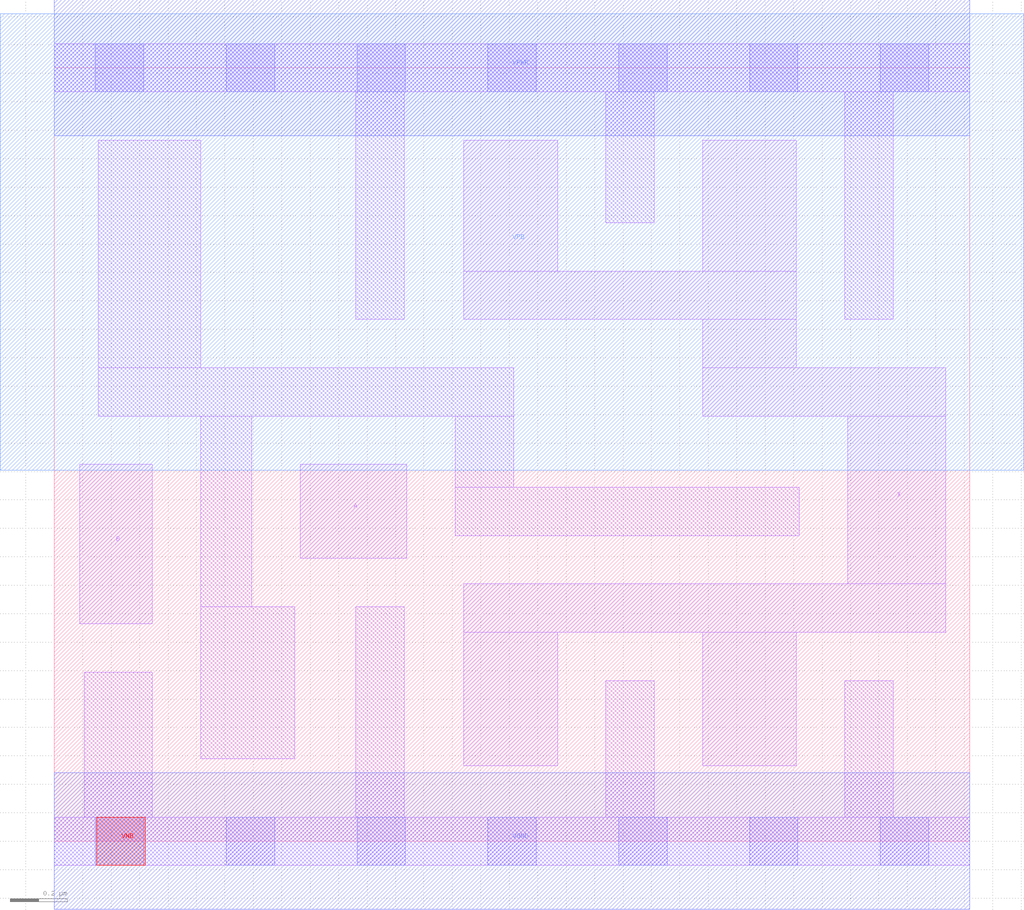
<source format=lef>
# Copyright 2020 The SkyWater PDK Authors
#
# Licensed under the Apache License, Version 2.0 (the "License");
# you may not use this file except in compliance with the License.
# You may obtain a copy of the License at
#
#     https://www.apache.org/licenses/LICENSE-2.0
#
# Unless required by applicable law or agreed to in writing, software
# distributed under the License is distributed on an "AS IS" BASIS,
# WITHOUT WARRANTIES OR CONDITIONS OF ANY KIND, either express or implied.
# See the License for the specific language governing permissions and
# limitations under the License.
#
# SPDX-License-Identifier: Apache-2.0

VERSION 5.7 ;
  NOWIREEXTENSIONATPIN ON ;
  DIVIDERCHAR "/" ;
  BUSBITCHARS "[]" ;
MACRO sky130_fd_sc_hd__or2_4
  CLASS CORE ;
  FOREIGN sky130_fd_sc_hd__or2_4 ;
  ORIGIN  0.000000  0.000000 ;
  SIZE  3.220000 BY  2.720000 ;
  SYMMETRY X Y R90 ;
  SITE unithd ;
  PIN A
    ANTENNAGATEAREA  0.247500 ;
    DIRECTION INPUT ;
    USE SIGNAL ;
    PORT
      LAYER li1 ;
        RECT 0.865000 0.995000 1.240000 1.325000 ;
    END
  END A
  PIN B
    ANTENNAGATEAREA  0.247500 ;
    DIRECTION INPUT ;
    USE SIGNAL ;
    PORT
      LAYER li1 ;
        RECT 0.090000 0.765000 0.345000 1.325000 ;
    END
  END B
  PIN VNB
    PORT
      LAYER pwell ;
        RECT 0.150000 -0.085000 0.320000 0.085000 ;
    END
  END VNB
  PIN VPB
    PORT
      LAYER nwell ;
        RECT -0.190000 1.305000 3.410000 2.910000 ;
    END
  END VPB
  PIN X
    ANTENNADIFFAREA  0.891000 ;
    DIRECTION OUTPUT ;
    USE SIGNAL ;
    PORT
      LAYER li1 ;
        RECT 1.440000 0.265000 1.770000 0.735000 ;
        RECT 1.440000 0.735000 3.135000 0.905000 ;
        RECT 1.440000 1.835000 2.610000 2.005000 ;
        RECT 1.440000 2.005000 1.770000 2.465000 ;
        RECT 2.280000 0.265000 2.610000 0.735000 ;
        RECT 2.280000 1.495000 3.135000 1.665000 ;
        RECT 2.280000 1.665000 2.610000 1.835000 ;
        RECT 2.280000 2.005000 2.610000 2.465000 ;
        RECT 2.790000 0.905000 3.135000 1.495000 ;
    END
  END X
  PIN VGND
    DIRECTION INOUT ;
    SHAPE ABUTMENT ;
    USE GROUND ;
    PORT
      LAYER met1 ;
        RECT 0.000000 -0.240000 3.220000 0.240000 ;
    END
  END VGND
  PIN VPWR
    DIRECTION INOUT ;
    SHAPE ABUTMENT ;
    USE POWER ;
    PORT
      LAYER met1 ;
        RECT 0.000000 2.480000 3.220000 2.960000 ;
    END
  END VPWR
  OBS
    LAYER li1 ;
      RECT 0.000000 -0.085000 3.220000 0.085000 ;
      RECT 0.000000  2.635000 3.220000 2.805000 ;
      RECT 0.105000  0.085000 0.345000 0.595000 ;
      RECT 0.155000  1.495000 1.615000 1.665000 ;
      RECT 0.155000  1.665000 0.515000 2.465000 ;
      RECT 0.515000  0.290000 0.845000 0.825000 ;
      RECT 0.515000  0.825000 0.695000 1.495000 ;
      RECT 1.060000  0.085000 1.230000 0.825000 ;
      RECT 1.060000  1.835000 1.230000 2.635000 ;
      RECT 1.410000  1.075000 2.620000 1.245000 ;
      RECT 1.410000  1.245000 1.615000 1.495000 ;
      RECT 1.940000  0.085000 2.110000 0.565000 ;
      RECT 1.940000  2.175000 2.110000 2.635000 ;
      RECT 2.780000  0.085000 2.950000 0.565000 ;
      RECT 2.780000  1.835000 2.950000 2.635000 ;
    LAYER mcon ;
      RECT 0.145000 -0.085000 0.315000 0.085000 ;
      RECT 0.145000  2.635000 0.315000 2.805000 ;
      RECT 0.605000 -0.085000 0.775000 0.085000 ;
      RECT 0.605000  2.635000 0.775000 2.805000 ;
      RECT 1.065000 -0.085000 1.235000 0.085000 ;
      RECT 1.065000  2.635000 1.235000 2.805000 ;
      RECT 1.525000 -0.085000 1.695000 0.085000 ;
      RECT 1.525000  2.635000 1.695000 2.805000 ;
      RECT 1.985000 -0.085000 2.155000 0.085000 ;
      RECT 1.985000  2.635000 2.155000 2.805000 ;
      RECT 2.445000 -0.085000 2.615000 0.085000 ;
      RECT 2.445000  2.635000 2.615000 2.805000 ;
      RECT 2.905000 -0.085000 3.075000 0.085000 ;
      RECT 2.905000  2.635000 3.075000 2.805000 ;
  END
END sky130_fd_sc_hd__or2_4
END LIBRARY

</source>
